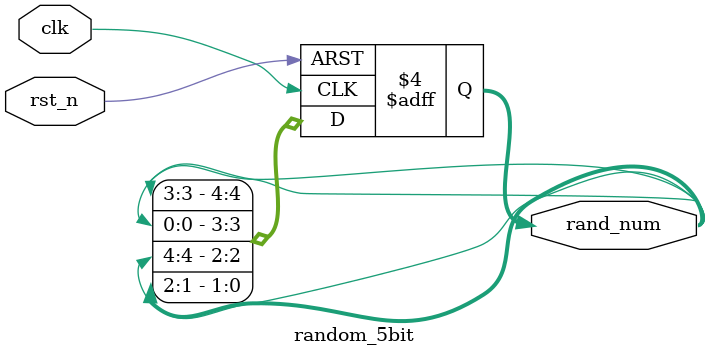
<source format=v>
module random_5bit(
    input clk,
    input rst_n,
    output reg[4:0] rand_num
    );
	 
//reg [3:0] rand_buff = 4'd0;
//----------------------初始化-------------------------------------------------------------
initial begin
	rand_num = 5'b01000;
end
//------------------------产生随机数-----------------------------------------------------------
always@(posedge clk or negedge rst_n)
   if(!rst_n)  begin
			rand_num <= 5'b01000;
//			rand_buff <= 4'd0;
	end
   else begin       //0.1s的延迟
//				rand_buff <= rand_num % 9 + 2;       
//				rand_num <= rand_num << rand_buff;
            rand_num[0] <= rand_num[1];
            rand_num[1] <= rand_num[2];
            rand_num[2] <= rand_num[4];
            rand_num[3] <= rand_num[0];
            rand_num[4] <= rand_num[3];
   end
endmodule

</source>
